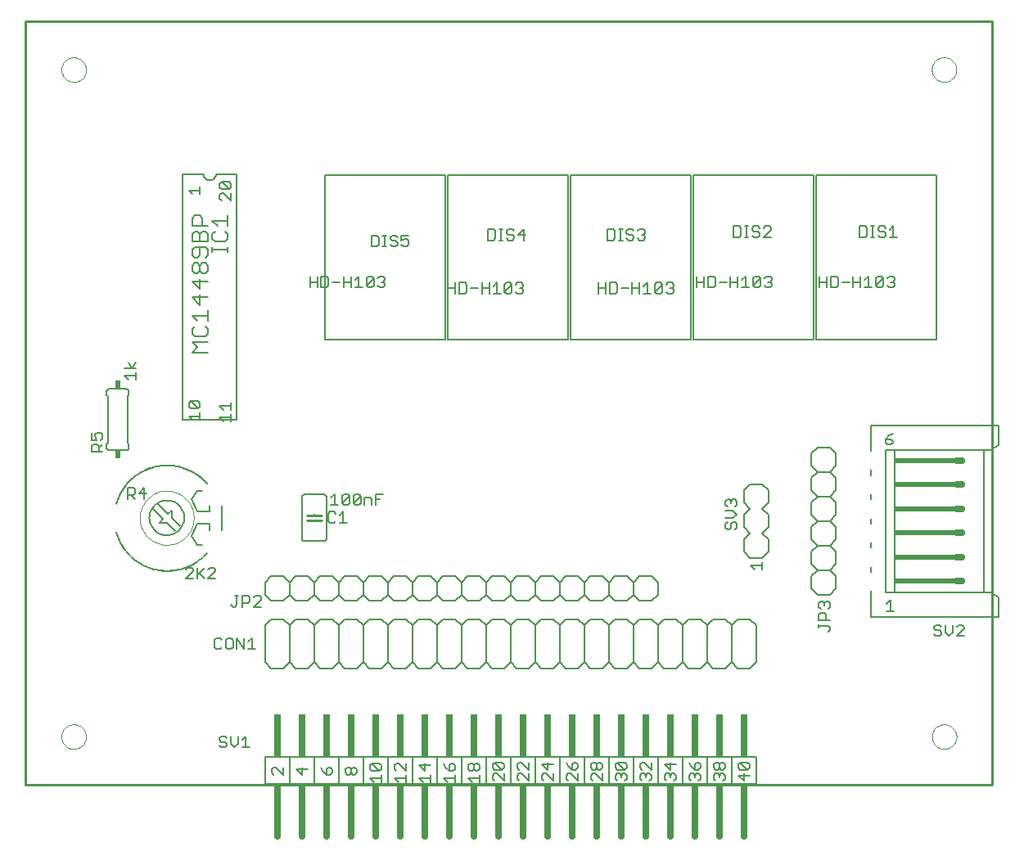
<source format=gbr>
G75*
G70*
%OFA0B0*%
%FSLAX24Y24*%
%IPPOS*%
%LPD*%
%AMOC8*
5,1,8,0,0,1.08239X$1,22.5*
%
%ADD10C,0.0100*%
%ADD11C,0.0000*%
%ADD12C,0.0050*%
%ADD13C,0.0070*%
%ADD14C,0.0020*%
%ADD15C,0.0010*%
%ADD16R,0.0240X0.0340*%
%ADD17C,0.0250*%
%ADD18R,0.2600X0.0240*%
%ADD19R,0.0260X0.0300*%
%ADD20C,0.0260*%
%ADD21R,0.0260X0.0260*%
%ADD22R,0.0260X0.0320*%
%ADD23R,0.0260X0.0680*%
%ADD24R,0.0260X0.0460*%
D10*
X000151Y002338D02*
X000151Y033441D01*
X039521Y033441D01*
X039521Y002338D01*
X000151Y002338D01*
X000151Y005338D02*
X000151Y025820D01*
X011601Y013313D02*
X011901Y013313D01*
X012201Y013313D01*
X012201Y013113D02*
X011901Y013113D01*
X011601Y013113D01*
X039151Y002338D02*
X039521Y002338D01*
D11*
X037059Y004299D02*
X037061Y004344D01*
X037067Y004390D01*
X037078Y004434D01*
X037092Y004477D01*
X037110Y004519D01*
X037132Y004559D01*
X037157Y004597D01*
X037186Y004632D01*
X037218Y004664D01*
X037252Y004694D01*
X037290Y004720D01*
X037329Y004743D01*
X037370Y004762D01*
X037413Y004777D01*
X037457Y004789D01*
X037502Y004796D01*
X037548Y004799D01*
X037593Y004798D01*
X037638Y004793D01*
X037683Y004783D01*
X037726Y004770D01*
X037769Y004753D01*
X037809Y004732D01*
X037847Y004707D01*
X037883Y004680D01*
X037917Y004649D01*
X037947Y004615D01*
X037974Y004578D01*
X037998Y004539D01*
X038018Y004498D01*
X038034Y004456D01*
X038046Y004412D01*
X038054Y004367D01*
X038058Y004322D01*
X038058Y004276D01*
X038054Y004231D01*
X038046Y004186D01*
X038034Y004142D01*
X038018Y004100D01*
X037998Y004059D01*
X037974Y004020D01*
X037947Y003983D01*
X037917Y003949D01*
X037883Y003918D01*
X037847Y003891D01*
X037809Y003866D01*
X037769Y003845D01*
X037726Y003828D01*
X037683Y003815D01*
X037638Y003805D01*
X037593Y003800D01*
X037548Y003799D01*
X037502Y003802D01*
X037457Y003809D01*
X037413Y003821D01*
X037370Y003836D01*
X037329Y003855D01*
X037290Y003878D01*
X037252Y003904D01*
X037218Y003934D01*
X037186Y003966D01*
X037157Y004001D01*
X037132Y004039D01*
X037110Y004079D01*
X037092Y004121D01*
X037078Y004164D01*
X037067Y004208D01*
X037061Y004254D01*
X037059Y004299D01*
X037053Y031472D02*
X037055Y031517D01*
X037061Y031563D01*
X037072Y031607D01*
X037086Y031650D01*
X037104Y031692D01*
X037126Y031732D01*
X037151Y031770D01*
X037180Y031805D01*
X037212Y031837D01*
X037246Y031867D01*
X037284Y031893D01*
X037323Y031916D01*
X037364Y031935D01*
X037407Y031950D01*
X037451Y031962D01*
X037496Y031969D01*
X037542Y031972D01*
X037587Y031971D01*
X037632Y031966D01*
X037677Y031956D01*
X037720Y031943D01*
X037763Y031926D01*
X037803Y031905D01*
X037841Y031880D01*
X037877Y031853D01*
X037911Y031822D01*
X037941Y031788D01*
X037968Y031751D01*
X037992Y031712D01*
X038012Y031671D01*
X038028Y031629D01*
X038040Y031585D01*
X038048Y031540D01*
X038052Y031495D01*
X038052Y031449D01*
X038048Y031404D01*
X038040Y031359D01*
X038028Y031315D01*
X038012Y031273D01*
X037992Y031232D01*
X037968Y031193D01*
X037941Y031156D01*
X037911Y031122D01*
X037877Y031091D01*
X037841Y031064D01*
X037803Y031039D01*
X037763Y031018D01*
X037720Y031001D01*
X037677Y030988D01*
X037632Y030978D01*
X037587Y030973D01*
X037542Y030972D01*
X037496Y030975D01*
X037451Y030982D01*
X037407Y030994D01*
X037364Y031009D01*
X037323Y031028D01*
X037284Y031051D01*
X037246Y031077D01*
X037212Y031107D01*
X037180Y031139D01*
X037151Y031174D01*
X037126Y031212D01*
X037104Y031252D01*
X037086Y031294D01*
X037072Y031337D01*
X037061Y031381D01*
X037055Y031427D01*
X037053Y031472D01*
X001612Y031468D02*
X001614Y031513D01*
X001620Y031559D01*
X001631Y031603D01*
X001645Y031646D01*
X001663Y031688D01*
X001685Y031728D01*
X001710Y031766D01*
X001739Y031801D01*
X001771Y031833D01*
X001805Y031863D01*
X001843Y031889D01*
X001882Y031912D01*
X001923Y031931D01*
X001966Y031946D01*
X002010Y031958D01*
X002055Y031965D01*
X002101Y031968D01*
X002146Y031967D01*
X002191Y031962D01*
X002236Y031952D01*
X002279Y031939D01*
X002322Y031922D01*
X002362Y031901D01*
X002400Y031876D01*
X002436Y031849D01*
X002470Y031818D01*
X002500Y031784D01*
X002527Y031747D01*
X002551Y031708D01*
X002571Y031667D01*
X002587Y031625D01*
X002599Y031581D01*
X002607Y031536D01*
X002611Y031491D01*
X002611Y031445D01*
X002607Y031400D01*
X002599Y031355D01*
X002587Y031311D01*
X002571Y031269D01*
X002551Y031228D01*
X002527Y031189D01*
X002500Y031152D01*
X002470Y031118D01*
X002436Y031087D01*
X002400Y031060D01*
X002362Y031035D01*
X002322Y031014D01*
X002279Y030997D01*
X002236Y030984D01*
X002191Y030974D01*
X002146Y030969D01*
X002101Y030968D01*
X002055Y030971D01*
X002010Y030978D01*
X001966Y030990D01*
X001923Y031005D01*
X001882Y031024D01*
X001843Y031047D01*
X001805Y031073D01*
X001771Y031103D01*
X001739Y031135D01*
X001710Y031170D01*
X001685Y031208D01*
X001663Y031248D01*
X001645Y031290D01*
X001631Y031333D01*
X001620Y031377D01*
X001614Y031423D01*
X001612Y031468D01*
X001612Y004299D02*
X001614Y004344D01*
X001620Y004390D01*
X001631Y004434D01*
X001645Y004477D01*
X001663Y004519D01*
X001685Y004559D01*
X001710Y004597D01*
X001739Y004632D01*
X001771Y004664D01*
X001805Y004694D01*
X001843Y004720D01*
X001882Y004743D01*
X001923Y004762D01*
X001966Y004777D01*
X002010Y004789D01*
X002055Y004796D01*
X002101Y004799D01*
X002146Y004798D01*
X002191Y004793D01*
X002236Y004783D01*
X002279Y004770D01*
X002322Y004753D01*
X002362Y004732D01*
X002400Y004707D01*
X002436Y004680D01*
X002470Y004649D01*
X002500Y004615D01*
X002527Y004578D01*
X002551Y004539D01*
X002571Y004498D01*
X002587Y004456D01*
X002599Y004412D01*
X002607Y004367D01*
X002611Y004322D01*
X002611Y004276D01*
X002607Y004231D01*
X002599Y004186D01*
X002587Y004142D01*
X002571Y004100D01*
X002551Y004059D01*
X002527Y004020D01*
X002500Y003983D01*
X002470Y003949D01*
X002436Y003918D01*
X002400Y003891D01*
X002362Y003866D01*
X002322Y003845D01*
X002279Y003828D01*
X002236Y003815D01*
X002191Y003805D01*
X002146Y003800D01*
X002101Y003799D01*
X002055Y003802D01*
X002010Y003809D01*
X001966Y003821D01*
X001923Y003836D01*
X001882Y003855D01*
X001843Y003878D01*
X001805Y003904D01*
X001771Y003934D01*
X001739Y003966D01*
X001710Y004001D01*
X001685Y004039D01*
X001663Y004079D01*
X001645Y004121D01*
X001631Y004164D01*
X001620Y004208D01*
X001614Y004254D01*
X001612Y004299D01*
D12*
X007835Y007938D02*
X007910Y007863D01*
X008060Y007863D01*
X008135Y007938D01*
X008295Y007938D02*
X008370Y007863D01*
X008520Y007863D01*
X008595Y007938D01*
X008595Y008239D01*
X008520Y008314D01*
X008370Y008314D01*
X008295Y008239D01*
X008295Y007938D01*
X008135Y008239D02*
X008060Y008314D01*
X007910Y008314D01*
X007835Y008239D01*
X007835Y007938D01*
X008755Y007863D02*
X008755Y008314D01*
X009056Y007863D01*
X009056Y008314D01*
X009216Y008164D02*
X009366Y008314D01*
X009366Y007863D01*
X009216Y007863D02*
X009516Y007863D01*
X009901Y007338D02*
X009901Y008838D01*
X010151Y009088D01*
X010651Y009088D01*
X010901Y008838D01*
X010901Y007338D01*
X011151Y007088D01*
X011651Y007088D01*
X011901Y007338D01*
X011901Y008838D01*
X012151Y009088D01*
X012651Y009088D01*
X012901Y008838D01*
X012901Y007338D01*
X013151Y007088D01*
X013651Y007088D01*
X013901Y007338D01*
X013901Y008838D01*
X014151Y009088D01*
X014651Y009088D01*
X014901Y008838D01*
X014901Y007338D01*
X015151Y007088D01*
X015651Y007088D01*
X015901Y007338D01*
X015901Y008838D01*
X016151Y009088D01*
X016651Y009088D01*
X016901Y008838D01*
X016901Y007338D01*
X016651Y007088D01*
X016151Y007088D01*
X015901Y007338D01*
X014901Y007338D02*
X014651Y007088D01*
X014151Y007088D01*
X013901Y007338D01*
X012901Y007338D02*
X012651Y007088D01*
X012151Y007088D01*
X011901Y007338D01*
X010901Y007338D02*
X010651Y007088D01*
X010151Y007088D01*
X009901Y007338D01*
X010901Y008838D02*
X011151Y009088D01*
X011651Y009088D01*
X011901Y008838D01*
X012901Y008838D02*
X013151Y009088D01*
X013651Y009088D01*
X013901Y008838D01*
X014901Y008838D02*
X015151Y009088D01*
X015651Y009088D01*
X015901Y008838D01*
X016901Y008838D02*
X017151Y009088D01*
X017651Y009088D01*
X017901Y008838D01*
X017901Y007338D01*
X017651Y007088D01*
X017151Y007088D01*
X016901Y007338D01*
X017901Y007338D02*
X018151Y007088D01*
X018651Y007088D01*
X018901Y007338D01*
X018901Y008838D01*
X019151Y009088D01*
X019651Y009088D01*
X019901Y008838D01*
X019901Y007338D01*
X019651Y007088D01*
X019151Y007088D01*
X018901Y007338D01*
X019901Y007338D02*
X020151Y007088D01*
X020651Y007088D01*
X020901Y007338D01*
X020901Y008838D01*
X021151Y009088D01*
X021651Y009088D01*
X021901Y008838D01*
X021901Y007338D01*
X021651Y007088D01*
X021151Y007088D01*
X020901Y007338D01*
X021901Y007338D02*
X022151Y007088D01*
X022651Y007088D01*
X022901Y007338D01*
X022901Y008838D01*
X023151Y009088D01*
X023651Y009088D01*
X023901Y008838D01*
X023901Y007338D01*
X023651Y007088D01*
X023151Y007088D01*
X022901Y007338D01*
X023901Y007338D02*
X024151Y007088D01*
X024651Y007088D01*
X024901Y007338D01*
X024901Y008838D01*
X025151Y009088D01*
X025651Y009088D01*
X025901Y008838D01*
X025901Y007338D01*
X025651Y007088D01*
X025151Y007088D01*
X024901Y007338D01*
X025901Y007338D02*
X026151Y007088D01*
X026651Y007088D01*
X026901Y007338D01*
X026901Y008838D01*
X027151Y009088D01*
X027651Y009088D01*
X027901Y008838D01*
X027901Y007338D01*
X027651Y007088D01*
X027151Y007088D01*
X026901Y007338D01*
X027901Y007338D02*
X028151Y007088D01*
X028651Y007088D01*
X028901Y007338D01*
X029151Y007088D01*
X029651Y007088D01*
X029901Y007338D01*
X029901Y008838D01*
X029651Y009088D01*
X029151Y009088D01*
X028901Y008838D01*
X028901Y007338D01*
X028901Y008838D02*
X028651Y009088D01*
X028151Y009088D01*
X027901Y008838D01*
X026901Y008838D02*
X026651Y009088D01*
X026151Y009088D01*
X025901Y008838D01*
X024901Y008838D02*
X024651Y009088D01*
X024151Y009088D01*
X023901Y008838D01*
X022901Y008838D02*
X022651Y009088D01*
X022151Y009088D01*
X021901Y008838D01*
X020901Y008838D02*
X020651Y009088D01*
X020151Y009088D01*
X019901Y008838D01*
X018901Y008838D02*
X018651Y009088D01*
X018151Y009088D01*
X017901Y008838D01*
X017651Y009838D02*
X017151Y009838D01*
X016901Y010088D01*
X016651Y009838D01*
X016151Y009838D01*
X015901Y010088D01*
X015651Y009838D01*
X015151Y009838D01*
X014901Y010088D01*
X014651Y009838D01*
X014151Y009838D01*
X013901Y010088D01*
X013651Y009838D01*
X013151Y009838D01*
X012901Y010088D01*
X012651Y009838D01*
X012151Y009838D01*
X011901Y010088D01*
X011651Y009838D01*
X011151Y009838D01*
X010901Y010088D01*
X010651Y009838D01*
X010151Y009838D01*
X009901Y010088D01*
X009901Y010588D01*
X010151Y010838D01*
X010651Y010838D01*
X010901Y010588D01*
X011151Y010838D01*
X011651Y010838D01*
X011901Y010588D01*
X011901Y010088D01*
X011901Y010588D02*
X012151Y010838D01*
X012651Y010838D01*
X012901Y010588D01*
X013151Y010838D01*
X013651Y010838D01*
X013901Y010588D01*
X014151Y010838D01*
X014651Y010838D01*
X014901Y010588D01*
X014901Y010088D01*
X014901Y010588D02*
X015151Y010838D01*
X015651Y010838D01*
X015901Y010588D01*
X016151Y010838D01*
X016651Y010838D01*
X016901Y010588D01*
X017151Y010838D01*
X017651Y010838D01*
X017901Y010588D01*
X017901Y010088D01*
X017651Y009838D01*
X017901Y010088D02*
X018151Y009838D01*
X018651Y009838D01*
X018901Y010088D01*
X019151Y009838D01*
X019651Y009838D01*
X019901Y010088D01*
X020151Y009838D01*
X020651Y009838D01*
X020901Y010088D01*
X020901Y010588D01*
X020651Y010838D01*
X020151Y010838D01*
X019901Y010588D01*
X019901Y010088D01*
X019901Y010588D02*
X019651Y010838D01*
X019151Y010838D01*
X018901Y010588D01*
X018901Y010088D01*
X018901Y010588D02*
X018651Y010838D01*
X018151Y010838D01*
X017901Y010588D01*
X016901Y010588D02*
X016901Y010088D01*
X015901Y010088D02*
X015901Y010588D01*
X013901Y010588D02*
X013901Y010088D01*
X012901Y010088D02*
X012901Y010588D01*
X012301Y012263D02*
X011501Y012263D01*
X011481Y012265D01*
X011463Y012271D01*
X011445Y012280D01*
X011430Y012292D01*
X011418Y012307D01*
X011409Y012325D01*
X011403Y012343D01*
X011401Y012363D01*
X011401Y014063D01*
X011403Y014083D01*
X011409Y014101D01*
X011418Y014119D01*
X011430Y014134D01*
X011445Y014146D01*
X011463Y014155D01*
X011481Y014161D01*
X011501Y014163D01*
X012301Y014163D01*
X012321Y014161D01*
X012339Y014155D01*
X012357Y014146D01*
X012372Y014134D01*
X012384Y014119D01*
X012393Y014101D01*
X012399Y014083D01*
X012401Y014063D01*
X012401Y012363D01*
X012399Y012343D01*
X012393Y012325D01*
X012384Y012307D01*
X012372Y012292D01*
X012357Y012280D01*
X012339Y012271D01*
X012321Y012265D01*
X012301Y012263D01*
X012555Y013013D02*
X012706Y013013D01*
X012781Y013088D01*
X012941Y013013D02*
X013241Y013013D01*
X013091Y013013D02*
X013091Y013464D01*
X012941Y013314D01*
X012781Y013389D02*
X012706Y013464D01*
X012555Y013464D01*
X012480Y013389D01*
X012480Y013088D01*
X012555Y013013D01*
X011901Y013063D02*
X011901Y013113D01*
X011901Y013313D02*
X011901Y013363D01*
X012576Y013738D02*
X012876Y013738D01*
X012726Y013738D02*
X012726Y014189D01*
X012576Y014039D01*
X013037Y014114D02*
X013112Y014189D01*
X013262Y014189D01*
X013337Y014114D01*
X013037Y013813D01*
X013112Y013738D01*
X013262Y013738D01*
X013337Y013813D01*
X013337Y014114D01*
X013497Y014114D02*
X013572Y014189D01*
X013722Y014189D01*
X013797Y014114D01*
X013497Y013813D01*
X013572Y013738D01*
X013722Y013738D01*
X013797Y013813D01*
X013797Y014114D01*
X013957Y014039D02*
X014182Y014039D01*
X014257Y013963D01*
X014257Y013738D01*
X014418Y013738D02*
X014418Y014189D01*
X014718Y014189D01*
X014568Y013963D02*
X014418Y013963D01*
X013957Y014039D02*
X013957Y013738D01*
X013497Y013813D02*
X013497Y014114D01*
X013037Y014114D02*
X013037Y013813D01*
X010901Y010588D02*
X010901Y010088D01*
X009742Y009959D02*
X009667Y010034D01*
X009517Y010034D01*
X009442Y009959D01*
X009282Y009959D02*
X009282Y009808D01*
X009207Y009733D01*
X008982Y009733D01*
X008982Y009583D02*
X008982Y010034D01*
X009207Y010034D01*
X009282Y009959D01*
X009442Y009583D02*
X009742Y009884D01*
X009742Y009959D01*
X009742Y009583D02*
X009442Y009583D01*
X008821Y010034D02*
X008671Y010034D01*
X008746Y010034D02*
X008746Y009658D01*
X008671Y009583D01*
X008596Y009583D01*
X008521Y009658D01*
X007891Y010738D02*
X007591Y010738D01*
X007891Y011039D01*
X007891Y011114D01*
X007816Y011189D01*
X007666Y011189D01*
X007591Y011114D01*
X007431Y011189D02*
X007130Y010888D01*
X007205Y010963D02*
X007431Y010738D01*
X007130Y010738D02*
X007130Y011189D01*
X006970Y011114D02*
X006895Y011189D01*
X006745Y011189D01*
X006670Y011114D01*
X006970Y011114D02*
X006970Y011039D01*
X006670Y010738D01*
X006970Y010738D01*
X007151Y012113D02*
X007351Y012113D01*
X007151Y012113D02*
X006901Y012463D01*
X007151Y012963D01*
X007651Y012963D01*
X007651Y012713D01*
X008151Y012713D02*
X008151Y013713D01*
X007651Y013713D02*
X007651Y013463D01*
X007151Y013463D01*
X006901Y013963D01*
X007151Y014313D01*
X007351Y014313D01*
X006101Y013513D02*
X006101Y013213D01*
X006451Y012863D01*
X006251Y012663D02*
X005901Y013013D01*
X005601Y013013D01*
X005751Y013163D01*
X005351Y013563D01*
X005551Y013763D02*
X005951Y013363D01*
X006101Y013513D01*
X005191Y013213D02*
X005194Y013278D01*
X005203Y013342D01*
X005217Y013405D01*
X005238Y013466D01*
X005263Y013525D01*
X005294Y013582D01*
X005330Y013636D01*
X005371Y013686D01*
X005416Y013732D01*
X005466Y013774D01*
X005518Y013811D01*
X005574Y013843D01*
X005633Y013870D01*
X005694Y013892D01*
X005757Y013908D01*
X005820Y013918D01*
X005885Y013923D01*
X005949Y013921D01*
X006014Y013914D01*
X006077Y013901D01*
X006139Y013882D01*
X006199Y013858D01*
X006256Y013828D01*
X006310Y013793D01*
X006361Y013753D01*
X006409Y013709D01*
X006452Y013661D01*
X006490Y013609D01*
X006524Y013554D01*
X006552Y013496D01*
X006575Y013435D01*
X006593Y013373D01*
X006604Y013310D01*
X006610Y013245D01*
X006610Y013181D01*
X006604Y013116D01*
X006593Y013053D01*
X006575Y012991D01*
X006552Y012930D01*
X006524Y012872D01*
X006490Y012817D01*
X006452Y012765D01*
X006409Y012717D01*
X006361Y012673D01*
X006310Y012633D01*
X006256Y012598D01*
X006199Y012568D01*
X006139Y012544D01*
X006077Y012525D01*
X006014Y012512D01*
X005949Y012505D01*
X005885Y012503D01*
X005820Y012508D01*
X005757Y012518D01*
X005694Y012534D01*
X005633Y012556D01*
X005574Y012583D01*
X005518Y012615D01*
X005466Y012652D01*
X005416Y012694D01*
X005371Y012740D01*
X005330Y012790D01*
X005294Y012844D01*
X005263Y012901D01*
X005238Y012960D01*
X005217Y013021D01*
X005203Y013084D01*
X005194Y013148D01*
X005191Y013213D01*
X004987Y013988D02*
X004987Y014439D01*
X004762Y014213D01*
X005062Y014213D01*
X004601Y014213D02*
X004526Y014138D01*
X004301Y014138D01*
X004301Y013988D02*
X004301Y014439D01*
X004526Y014439D01*
X004601Y014364D01*
X004601Y014213D01*
X004451Y014138D02*
X004601Y013988D01*
X004251Y015963D02*
X003551Y015963D01*
X003531Y015965D01*
X003513Y015971D01*
X003495Y015980D01*
X003480Y015992D01*
X003468Y016007D01*
X003459Y016025D01*
X003453Y016043D01*
X003451Y016063D01*
X003451Y016213D01*
X003501Y016263D01*
X003501Y018163D01*
X003451Y018213D01*
X003451Y018363D01*
X003453Y018383D01*
X003459Y018401D01*
X003468Y018419D01*
X003480Y018434D01*
X003495Y018446D01*
X003513Y018455D01*
X003531Y018461D01*
X003551Y018463D01*
X004251Y018463D01*
X004271Y018461D01*
X004289Y018455D01*
X004307Y018446D01*
X004322Y018434D01*
X004334Y018419D01*
X004343Y018401D01*
X004349Y018383D01*
X004351Y018363D01*
X004351Y018213D01*
X004301Y018163D01*
X004301Y016263D01*
X004351Y016213D01*
X004351Y016063D01*
X004349Y016043D01*
X004343Y016025D01*
X004334Y016007D01*
X004322Y015992D01*
X004307Y015980D01*
X004289Y015971D01*
X004271Y015965D01*
X004251Y015963D01*
X003276Y015913D02*
X002826Y015913D01*
X002826Y016138D01*
X002901Y016214D01*
X003051Y016214D01*
X003126Y016138D01*
X003126Y015913D01*
X003126Y016063D02*
X003276Y016214D01*
X003201Y016374D02*
X003276Y016449D01*
X003276Y016599D01*
X003201Y016674D01*
X003051Y016674D01*
X002976Y016599D01*
X002976Y016524D01*
X003051Y016374D01*
X002826Y016374D01*
X002826Y016674D01*
X004326Y018848D02*
X004176Y018998D01*
X004626Y018998D01*
X004626Y018848D02*
X004626Y019149D01*
X004626Y019309D02*
X004176Y019309D01*
X004326Y019534D02*
X004476Y019309D01*
X004626Y019534D01*
X006806Y017883D02*
X006806Y017733D01*
X006881Y017658D01*
X007181Y017658D01*
X006881Y017958D01*
X007181Y017958D01*
X007256Y017883D01*
X007256Y017733D01*
X007181Y017658D01*
X007256Y017498D02*
X007256Y017198D01*
X007256Y017348D02*
X006806Y017348D01*
X006956Y017198D01*
X006551Y017213D02*
X006551Y027213D01*
X007401Y027213D01*
X007403Y027182D01*
X007409Y027151D01*
X007419Y027121D01*
X007432Y027093D01*
X007449Y027066D01*
X007469Y027042D01*
X007492Y027020D01*
X007517Y027002D01*
X007545Y026987D01*
X007574Y026975D01*
X007604Y026967D01*
X007635Y026963D01*
X007667Y026963D01*
X007698Y026967D01*
X007728Y026975D01*
X007757Y026987D01*
X007785Y027002D01*
X007810Y027020D01*
X007833Y027042D01*
X007853Y027066D01*
X007870Y027093D01*
X007883Y027121D01*
X007893Y027151D01*
X007899Y027182D01*
X007901Y027213D01*
X008751Y027213D01*
X008751Y017213D01*
X006551Y017213D01*
X006806Y017883D02*
X006881Y017958D01*
X008056Y017758D02*
X008506Y017758D01*
X008506Y017608D02*
X008506Y017908D01*
X008206Y017608D02*
X008056Y017758D01*
X008056Y017298D02*
X008506Y017298D01*
X008506Y017148D02*
X008506Y017448D01*
X008206Y017148D02*
X008056Y017298D01*
X012326Y020488D02*
X017226Y020488D01*
X017226Y027188D01*
X012326Y027188D01*
X012326Y020488D01*
X012412Y022593D02*
X012187Y022593D01*
X012187Y023044D01*
X012412Y023044D01*
X012487Y022969D01*
X012487Y022668D01*
X012412Y022593D01*
X012647Y022818D02*
X012947Y022818D01*
X013107Y022818D02*
X013407Y022818D01*
X013568Y022894D02*
X013718Y023044D01*
X013718Y022593D01*
X013568Y022593D02*
X013868Y022593D01*
X014028Y022668D02*
X014328Y022969D01*
X014328Y022668D01*
X014253Y022593D01*
X014103Y022593D01*
X014028Y022668D01*
X014028Y022969D01*
X014103Y023044D01*
X014253Y023044D01*
X014328Y022969D01*
X014488Y022969D02*
X014563Y023044D01*
X014713Y023044D01*
X014789Y022969D01*
X014789Y022894D01*
X014713Y022818D01*
X014789Y022743D01*
X014789Y022668D01*
X014713Y022593D01*
X014563Y022593D01*
X014488Y022668D01*
X014638Y022818D02*
X014713Y022818D01*
X013407Y023044D02*
X013407Y022593D01*
X013107Y022593D02*
X013107Y023044D01*
X012026Y023044D02*
X012026Y022593D01*
X012026Y022818D02*
X011726Y022818D01*
X011726Y022593D02*
X011726Y023044D01*
X014226Y024268D02*
X014451Y024268D01*
X014526Y024343D01*
X014526Y024644D01*
X014451Y024719D01*
X014226Y024719D01*
X014226Y024268D01*
X014687Y024268D02*
X014837Y024268D01*
X014762Y024268D02*
X014762Y024719D01*
X014687Y024719D02*
X014837Y024719D01*
X014993Y024644D02*
X014993Y024569D01*
X015068Y024493D01*
X015219Y024493D01*
X015294Y024418D01*
X015294Y024343D01*
X015219Y024268D01*
X015068Y024268D01*
X014993Y024343D01*
X014993Y024644D02*
X015068Y024719D01*
X015219Y024719D01*
X015294Y024644D01*
X015454Y024719D02*
X015454Y024493D01*
X015604Y024569D01*
X015679Y024569D01*
X015754Y024493D01*
X015754Y024343D01*
X015679Y024268D01*
X015529Y024268D01*
X015454Y024343D01*
X015454Y024719D02*
X015754Y024719D01*
X017351Y022794D02*
X017351Y022343D01*
X017351Y022568D02*
X017651Y022568D01*
X017651Y022343D02*
X017651Y022794D01*
X017812Y022794D02*
X018037Y022794D01*
X018112Y022719D01*
X018112Y022418D01*
X018037Y022343D01*
X017812Y022343D01*
X017812Y022794D01*
X018272Y022568D02*
X018572Y022568D01*
X018732Y022568D02*
X019032Y022568D01*
X019193Y022644D02*
X019343Y022794D01*
X019343Y022343D01*
X019193Y022343D02*
X019493Y022343D01*
X019653Y022418D02*
X019953Y022719D01*
X019953Y022418D01*
X019878Y022343D01*
X019728Y022343D01*
X019653Y022418D01*
X019653Y022719D01*
X019728Y022794D01*
X019878Y022794D01*
X019953Y022719D01*
X020113Y022719D02*
X020188Y022794D01*
X020338Y022794D01*
X020414Y022719D01*
X020414Y022644D01*
X020338Y022568D01*
X020414Y022493D01*
X020414Y022418D01*
X020338Y022343D01*
X020188Y022343D01*
X020113Y022418D01*
X020263Y022568D02*
X020338Y022568D01*
X019032Y022794D02*
X019032Y022343D01*
X018732Y022343D02*
X018732Y022794D01*
X018976Y024518D02*
X019201Y024518D01*
X019276Y024593D01*
X019276Y024894D01*
X019201Y024969D01*
X018976Y024969D01*
X018976Y024518D01*
X019437Y024518D02*
X019587Y024518D01*
X019512Y024518D02*
X019512Y024969D01*
X019437Y024969D02*
X019587Y024969D01*
X019743Y024894D02*
X019743Y024819D01*
X019818Y024743D01*
X019969Y024743D01*
X020044Y024668D01*
X020044Y024593D01*
X019969Y024518D01*
X019818Y024518D01*
X019743Y024593D01*
X019743Y024894D02*
X019818Y024969D01*
X019969Y024969D01*
X020044Y024894D01*
X020204Y024743D02*
X020504Y024743D01*
X020429Y024518D02*
X020429Y024969D01*
X020204Y024743D01*
X022226Y027188D02*
X017326Y027188D01*
X017326Y020488D01*
X022226Y020488D01*
X022226Y027188D01*
X022326Y027188D02*
X022326Y020488D01*
X027226Y020488D01*
X027226Y027188D01*
X022326Y027188D01*
X023851Y024969D02*
X024076Y024969D01*
X024151Y024894D01*
X024151Y024593D01*
X024076Y024518D01*
X023851Y024518D01*
X023851Y024969D01*
X024312Y024969D02*
X024462Y024969D01*
X024387Y024969D02*
X024387Y024518D01*
X024312Y024518D02*
X024462Y024518D01*
X024618Y024593D02*
X024693Y024518D01*
X024844Y024518D01*
X024919Y024593D01*
X024919Y024668D01*
X024844Y024743D01*
X024693Y024743D01*
X024618Y024819D01*
X024618Y024894D01*
X024693Y024969D01*
X024844Y024969D01*
X024919Y024894D01*
X025079Y024894D02*
X025154Y024969D01*
X025304Y024969D01*
X025379Y024894D01*
X025379Y024819D01*
X025304Y024743D01*
X025379Y024668D01*
X025379Y024593D01*
X025304Y024518D01*
X025154Y024518D01*
X025079Y024593D01*
X025229Y024743D02*
X025304Y024743D01*
X027476Y023044D02*
X027476Y022593D01*
X027476Y022818D02*
X027776Y022818D01*
X027776Y022593D02*
X027776Y023044D01*
X027937Y023044D02*
X028162Y023044D01*
X028237Y022969D01*
X028237Y022668D01*
X028162Y022593D01*
X027937Y022593D01*
X027937Y023044D01*
X028397Y022818D02*
X028697Y022818D01*
X028857Y022818D02*
X029157Y022818D01*
X029318Y022894D02*
X029468Y023044D01*
X029468Y022593D01*
X029318Y022593D02*
X029618Y022593D01*
X029778Y022668D02*
X030078Y022969D01*
X030078Y022668D01*
X030003Y022593D01*
X029853Y022593D01*
X029778Y022668D01*
X029778Y022969D01*
X029853Y023044D01*
X030003Y023044D01*
X030078Y022969D01*
X030238Y022969D02*
X030313Y023044D01*
X030463Y023044D01*
X030539Y022969D01*
X030539Y022894D01*
X030463Y022818D01*
X030539Y022743D01*
X030539Y022668D01*
X030463Y022593D01*
X030313Y022593D01*
X030238Y022668D01*
X030388Y022818D02*
X030463Y022818D01*
X029157Y023044D02*
X029157Y022593D01*
X028857Y022593D02*
X028857Y023044D01*
X028976Y024643D02*
X029201Y024643D01*
X029276Y024718D01*
X029276Y025019D01*
X029201Y025094D01*
X028976Y025094D01*
X028976Y024643D01*
X029437Y024643D02*
X029587Y024643D01*
X029512Y024643D02*
X029512Y025094D01*
X029437Y025094D02*
X029587Y025094D01*
X029743Y025019D02*
X029743Y024944D01*
X029818Y024868D01*
X029969Y024868D01*
X030044Y024793D01*
X030044Y024718D01*
X029969Y024643D01*
X029818Y024643D01*
X029743Y024718D01*
X029743Y025019D02*
X029818Y025094D01*
X029969Y025094D01*
X030044Y025019D01*
X030204Y025019D02*
X030279Y025094D01*
X030429Y025094D01*
X030504Y025019D01*
X030504Y024944D01*
X030204Y024643D01*
X030504Y024643D01*
X032476Y023044D02*
X032476Y022593D01*
X032476Y022818D02*
X032776Y022818D01*
X032776Y022593D02*
X032776Y023044D01*
X032937Y023044D02*
X033162Y023044D01*
X033237Y022969D01*
X033237Y022668D01*
X033162Y022593D01*
X032937Y022593D01*
X032937Y023044D01*
X033397Y022818D02*
X033697Y022818D01*
X033857Y022818D02*
X034157Y022818D01*
X034318Y022894D02*
X034468Y023044D01*
X034468Y022593D01*
X034318Y022593D02*
X034618Y022593D01*
X034778Y022668D02*
X035078Y022969D01*
X035078Y022668D01*
X035003Y022593D01*
X034853Y022593D01*
X034778Y022668D01*
X034778Y022969D01*
X034853Y023044D01*
X035003Y023044D01*
X035078Y022969D01*
X035238Y022969D02*
X035313Y023044D01*
X035463Y023044D01*
X035539Y022969D01*
X035539Y022894D01*
X035463Y022818D01*
X035539Y022743D01*
X035539Y022668D01*
X035463Y022593D01*
X035313Y022593D01*
X035238Y022668D01*
X035388Y022818D02*
X035463Y022818D01*
X034157Y023044D02*
X034157Y022593D01*
X033857Y022593D02*
X033857Y023044D01*
X034101Y024643D02*
X034326Y024643D01*
X034401Y024718D01*
X034401Y025019D01*
X034326Y025094D01*
X034101Y025094D01*
X034101Y024643D01*
X034562Y024643D02*
X034712Y024643D01*
X034637Y024643D02*
X034637Y025094D01*
X034562Y025094D02*
X034712Y025094D01*
X034868Y025019D02*
X034868Y024944D01*
X034943Y024868D01*
X035094Y024868D01*
X035169Y024793D01*
X035169Y024718D01*
X035094Y024643D01*
X034943Y024643D01*
X034868Y024718D01*
X034868Y025019D02*
X034943Y025094D01*
X035094Y025094D01*
X035169Y025019D01*
X035329Y024944D02*
X035479Y025094D01*
X035479Y024643D01*
X035329Y024643D02*
X035629Y024643D01*
X037226Y027188D02*
X032326Y027188D01*
X032326Y020488D01*
X037226Y020488D01*
X037226Y027188D01*
X032226Y027188D02*
X027326Y027188D01*
X027326Y020488D01*
X032226Y020488D01*
X032226Y027188D01*
X026539Y022719D02*
X026539Y022644D01*
X026463Y022568D01*
X026539Y022493D01*
X026539Y022418D01*
X026463Y022343D01*
X026313Y022343D01*
X026238Y022418D01*
X026078Y022418D02*
X026003Y022343D01*
X025853Y022343D01*
X025778Y022418D01*
X026078Y022719D01*
X026078Y022418D01*
X025778Y022418D02*
X025778Y022719D01*
X025853Y022794D01*
X026003Y022794D01*
X026078Y022719D01*
X026238Y022719D02*
X026313Y022794D01*
X026463Y022794D01*
X026539Y022719D01*
X026463Y022568D02*
X026388Y022568D01*
X025618Y022343D02*
X025318Y022343D01*
X025468Y022343D02*
X025468Y022794D01*
X025318Y022644D01*
X025157Y022568D02*
X024857Y022568D01*
X024697Y022568D02*
X024397Y022568D01*
X024237Y022418D02*
X024237Y022719D01*
X024162Y022794D01*
X023937Y022794D01*
X023937Y022343D01*
X024162Y022343D01*
X024237Y022418D01*
X023776Y022343D02*
X023776Y022794D01*
X023776Y022568D02*
X023476Y022568D01*
X023476Y022343D02*
X023476Y022794D01*
X024857Y022794D02*
X024857Y022343D01*
X025157Y022343D02*
X025157Y022794D01*
X032151Y015838D02*
X032401Y016088D01*
X032901Y016088D01*
X033151Y015838D01*
X033151Y015338D01*
X032901Y015088D01*
X033151Y014838D01*
X033151Y014338D01*
X032901Y014088D01*
X033151Y013838D01*
X033151Y013338D01*
X032901Y013088D01*
X033151Y012838D01*
X033151Y012338D01*
X032901Y012088D01*
X033151Y011838D01*
X033151Y011338D01*
X032901Y011088D01*
X033151Y010838D01*
X033151Y010338D01*
X032901Y010088D01*
X032401Y010088D01*
X032151Y010338D01*
X032151Y010838D01*
X032401Y011088D01*
X032151Y011338D01*
X032151Y011838D01*
X032401Y012088D01*
X032901Y012088D01*
X032401Y012088D02*
X032151Y012338D01*
X032151Y012838D01*
X032401Y013088D01*
X032151Y013338D01*
X032151Y013838D01*
X032401Y014088D01*
X032151Y014338D01*
X032151Y014838D01*
X032401Y015088D01*
X032151Y015338D01*
X032151Y015838D01*
X032401Y015088D02*
X032901Y015088D01*
X032901Y014088D02*
X032401Y014088D01*
X032401Y013088D02*
X032901Y013088D01*
X034591Y013187D02*
X034591Y012978D01*
X034591Y012198D02*
X034591Y011998D01*
X034591Y011218D02*
X034591Y011018D01*
X034591Y010238D02*
X034591Y009178D01*
X039791Y009178D01*
X039791Y009968D01*
X039441Y010168D01*
X039191Y010168D01*
X039191Y015987D01*
X039441Y015987D01*
X039791Y016188D01*
X039791Y016988D01*
X034591Y016988D01*
X034591Y015948D01*
X035191Y015988D02*
X035541Y015988D01*
X039191Y015987D01*
X035541Y015988D02*
X035541Y010168D01*
X039191Y010168D01*
X038283Y008853D02*
X038133Y008853D01*
X038058Y008778D01*
X037897Y008853D02*
X037897Y008553D01*
X037747Y008403D01*
X037597Y008553D01*
X037597Y008853D01*
X037437Y008778D02*
X037362Y008853D01*
X037212Y008853D01*
X037137Y008778D01*
X037137Y008703D01*
X037212Y008628D01*
X037362Y008628D01*
X037437Y008553D01*
X037437Y008478D01*
X037362Y008403D01*
X037212Y008403D01*
X037137Y008478D01*
X038058Y008403D02*
X038358Y008703D01*
X038358Y008778D01*
X038283Y008853D01*
X038358Y008403D02*
X038058Y008403D01*
X035541Y010168D02*
X035191Y010168D01*
X035191Y015988D01*
X035241Y016193D02*
X035391Y016193D01*
X035466Y016268D01*
X035466Y016343D01*
X035391Y016418D01*
X035166Y016418D01*
X035166Y016268D01*
X035241Y016193D01*
X035166Y016418D02*
X035316Y016568D01*
X035466Y016643D01*
X034591Y015168D02*
X034591Y014937D01*
X034591Y014168D02*
X034591Y013968D01*
X032901Y011088D02*
X032401Y011088D01*
X032531Y009804D02*
X032606Y009804D01*
X032681Y009729D01*
X032756Y009804D01*
X032831Y009804D01*
X032906Y009729D01*
X032906Y009579D01*
X032831Y009504D01*
X032681Y009654D02*
X032681Y009729D01*
X032531Y009804D02*
X032456Y009729D01*
X032456Y009579D01*
X032531Y009504D01*
X032531Y009344D02*
X032681Y009344D01*
X032756Y009269D01*
X032756Y009044D01*
X032906Y009044D02*
X032456Y009044D01*
X032456Y009269D01*
X032531Y009344D01*
X032456Y008884D02*
X032456Y008733D01*
X032456Y008808D02*
X032831Y008808D01*
X032906Y008733D01*
X032906Y008658D01*
X032831Y008583D01*
X035216Y009423D02*
X035516Y009423D01*
X035366Y009423D02*
X035366Y009873D01*
X035216Y009723D01*
X030401Y011838D02*
X030401Y012338D01*
X030151Y012588D01*
X030401Y012838D01*
X030401Y013338D01*
X030151Y013588D01*
X030401Y013838D01*
X030401Y014338D01*
X030151Y014588D01*
X029651Y014588D01*
X029401Y014338D01*
X029401Y013838D01*
X029651Y013588D01*
X029401Y013338D01*
X029401Y012838D01*
X029651Y012588D01*
X029401Y012338D01*
X029401Y011838D01*
X029651Y011588D01*
X030151Y011588D01*
X030401Y011838D01*
X030126Y011414D02*
X030126Y011113D01*
X030126Y011263D02*
X029676Y011263D01*
X029826Y011113D01*
X029026Y012738D02*
X029101Y012813D01*
X029101Y012963D01*
X029026Y013039D01*
X028951Y013039D01*
X028876Y012963D01*
X028876Y012813D01*
X028801Y012738D01*
X028726Y012738D01*
X028651Y012813D01*
X028651Y012963D01*
X028726Y013039D01*
X028651Y013199D02*
X028951Y013199D01*
X029101Y013349D01*
X028951Y013499D01*
X028651Y013499D01*
X028726Y013659D02*
X028651Y013734D01*
X028651Y013884D01*
X028726Y013959D01*
X028801Y013959D01*
X028876Y013884D01*
X028951Y013959D01*
X029026Y013959D01*
X029101Y013884D01*
X029101Y013734D01*
X029026Y013659D01*
X028876Y013809D02*
X028876Y013884D01*
X025651Y010838D02*
X025901Y010588D01*
X025901Y010088D01*
X025651Y009838D01*
X025151Y009838D01*
X024901Y010088D01*
X024651Y009838D01*
X024151Y009838D01*
X023901Y010088D01*
X023651Y009838D01*
X023151Y009838D01*
X022901Y010088D01*
X022651Y009838D01*
X022151Y009838D01*
X021901Y010088D01*
X021651Y009838D01*
X021151Y009838D01*
X020901Y010088D01*
X020901Y010588D02*
X021151Y010838D01*
X021651Y010838D01*
X021901Y010588D01*
X022151Y010838D01*
X022651Y010838D01*
X022901Y010588D01*
X023151Y010838D01*
X023651Y010838D01*
X023901Y010588D01*
X023901Y010088D01*
X023901Y010588D02*
X024151Y010838D01*
X024651Y010838D01*
X024901Y010588D01*
X025151Y010838D01*
X025651Y010838D01*
X024901Y010588D02*
X024901Y010088D01*
X022901Y010088D02*
X022901Y010588D01*
X021901Y010588D02*
X021901Y010088D01*
X021901Y003488D02*
X020901Y003488D01*
X019901Y003488D01*
X018901Y003488D01*
X017901Y003488D01*
X016901Y003488D01*
X015901Y003488D01*
X014901Y003488D01*
X014901Y002388D01*
X013901Y002388D01*
X012901Y002388D01*
X011901Y002388D01*
X010901Y002388D01*
X009901Y002388D01*
X009901Y003488D01*
X010901Y003488D01*
X011901Y003488D01*
X011901Y002388D01*
X011401Y002753D02*
X011401Y003053D01*
X011176Y002978D02*
X011401Y002753D01*
X011626Y002978D02*
X011176Y002978D01*
X010626Y003053D02*
X010626Y002753D01*
X010326Y003053D01*
X010251Y003053D01*
X010176Y002978D01*
X010176Y002828D01*
X010251Y002753D01*
X010901Y002388D02*
X010901Y003488D01*
X011901Y003488D02*
X012901Y003488D01*
X012901Y002388D01*
X012551Y002753D02*
X012626Y002828D01*
X012626Y002978D01*
X012551Y003053D01*
X012476Y003053D01*
X012401Y002978D01*
X012401Y002753D01*
X012551Y002753D01*
X012401Y002753D02*
X012251Y002903D01*
X012176Y003053D01*
X012901Y003488D02*
X013901Y003488D01*
X013901Y002388D01*
X014176Y002593D02*
X014626Y002593D01*
X014626Y002443D02*
X014626Y002743D01*
X014551Y002903D02*
X014251Y003203D01*
X014551Y003203D01*
X014626Y003128D01*
X014626Y002978D01*
X014551Y002903D01*
X014251Y002903D01*
X014176Y002978D01*
X014176Y003128D01*
X014251Y003203D01*
X013901Y003488D02*
X014901Y003488D01*
X015251Y003203D02*
X015176Y003128D01*
X015176Y002978D01*
X015251Y002903D01*
X015251Y003203D02*
X015326Y003203D01*
X015626Y002903D01*
X015626Y003203D01*
X015901Y003488D02*
X015901Y002388D01*
X016901Y002388D01*
X016901Y003488D01*
X017176Y003203D02*
X017251Y003053D01*
X017401Y002903D01*
X017401Y003128D01*
X017476Y003203D01*
X017551Y003203D01*
X017626Y003128D01*
X017626Y002978D01*
X017551Y002903D01*
X017401Y002903D01*
X017626Y002743D02*
X017626Y002443D01*
X017626Y002593D02*
X017176Y002593D01*
X017326Y002443D01*
X016901Y002388D02*
X017901Y002388D01*
X018901Y002388D01*
X019901Y002388D01*
X020901Y002388D01*
X021901Y002388D01*
X021901Y003488D01*
X022901Y003488D01*
X022901Y002388D01*
X021901Y002388D01*
X021626Y002493D02*
X021326Y002793D01*
X021251Y002793D01*
X021176Y002718D01*
X021176Y002568D01*
X021251Y002493D01*
X020901Y002388D02*
X020901Y003488D01*
X020626Y003253D02*
X020626Y002953D01*
X020326Y003253D01*
X020251Y003253D01*
X020176Y003178D01*
X020176Y003028D01*
X020251Y002953D01*
X020251Y002793D02*
X020176Y002718D01*
X020176Y002568D01*
X020251Y002493D01*
X020251Y002793D02*
X020326Y002793D01*
X020626Y002493D01*
X020626Y002793D01*
X021176Y003178D02*
X021401Y002953D01*
X021401Y003253D01*
X021626Y003178D02*
X021176Y003178D01*
X021626Y002793D02*
X021626Y002493D01*
X022176Y002568D02*
X022176Y002718D01*
X022251Y002793D01*
X022326Y002793D01*
X022626Y002493D01*
X022626Y002793D01*
X022551Y002953D02*
X022626Y003028D01*
X022626Y003178D01*
X022551Y003253D01*
X022476Y003253D01*
X022401Y003178D01*
X022401Y002953D01*
X022551Y002953D01*
X022401Y002953D02*
X022251Y003103D01*
X022176Y003253D01*
X022176Y002568D02*
X022251Y002493D01*
X022901Y002388D02*
X023901Y002388D01*
X024901Y002388D01*
X024901Y003488D01*
X023901Y003488D01*
X022901Y003488D01*
X023176Y003178D02*
X023251Y003253D01*
X023326Y003253D01*
X023401Y003178D01*
X023401Y003028D01*
X023326Y002953D01*
X023251Y002953D01*
X023176Y003028D01*
X023176Y003178D01*
X023401Y003178D02*
X023476Y003253D01*
X023551Y003253D01*
X023626Y003178D01*
X023626Y003028D01*
X023551Y002953D01*
X023476Y002953D01*
X023401Y003028D01*
X023326Y002793D02*
X023251Y002793D01*
X023176Y002718D01*
X023176Y002568D01*
X023251Y002493D01*
X023326Y002793D02*
X023626Y002493D01*
X023626Y002793D01*
X023901Y002388D02*
X023901Y003488D01*
X024176Y003178D02*
X024251Y003253D01*
X024551Y002953D01*
X024626Y003028D01*
X024626Y003178D01*
X024551Y003253D01*
X024251Y003253D01*
X024176Y003178D02*
X024176Y003028D01*
X024251Y002953D01*
X024551Y002953D01*
X024551Y002793D02*
X024626Y002718D01*
X024626Y002568D01*
X024551Y002493D01*
X024401Y002643D02*
X024401Y002718D01*
X024476Y002793D01*
X024551Y002793D01*
X024401Y002718D02*
X024326Y002793D01*
X024251Y002793D01*
X024176Y002718D01*
X024176Y002568D01*
X024251Y002493D01*
X024901Y002388D02*
X025901Y002388D01*
X026901Y002388D01*
X026901Y003488D01*
X025901Y003488D01*
X024901Y003488D01*
X025176Y003178D02*
X025176Y003028D01*
X025251Y002953D01*
X025251Y002793D02*
X025326Y002793D01*
X025401Y002718D01*
X025476Y002793D01*
X025551Y002793D01*
X025626Y002718D01*
X025626Y002568D01*
X025551Y002493D01*
X025401Y002643D02*
X025401Y002718D01*
X025251Y002793D02*
X025176Y002718D01*
X025176Y002568D01*
X025251Y002493D01*
X025626Y002953D02*
X025326Y003253D01*
X025251Y003253D01*
X025176Y003178D01*
X025626Y003253D02*
X025626Y002953D01*
X026176Y003178D02*
X026401Y002953D01*
X026401Y003253D01*
X026626Y003178D02*
X026176Y003178D01*
X026251Y002793D02*
X026326Y002793D01*
X026401Y002718D01*
X026476Y002793D01*
X026551Y002793D01*
X026626Y002718D01*
X026626Y002568D01*
X026551Y002493D01*
X026401Y002643D02*
X026401Y002718D01*
X026251Y002793D02*
X026176Y002718D01*
X026176Y002568D01*
X026251Y002493D01*
X025901Y002388D02*
X025901Y003488D01*
X026901Y003488D02*
X027901Y003488D01*
X027901Y002388D01*
X026901Y002388D01*
X027176Y002568D02*
X027176Y002718D01*
X027251Y002793D01*
X027326Y002793D01*
X027401Y002718D01*
X027476Y002793D01*
X027551Y002793D01*
X027626Y002718D01*
X027626Y002568D01*
X027551Y002493D01*
X027401Y002643D02*
X027401Y002718D01*
X027401Y002953D02*
X027401Y003178D01*
X027476Y003253D01*
X027551Y003253D01*
X027626Y003178D01*
X027626Y003028D01*
X027551Y002953D01*
X027401Y002953D01*
X027251Y003103D01*
X027176Y003253D01*
X027901Y003488D02*
X028901Y003488D01*
X028901Y002388D01*
X029901Y002388D01*
X029901Y003488D01*
X028901Y003488D01*
X028626Y003178D02*
X028626Y003028D01*
X028551Y002953D01*
X028476Y002953D01*
X028401Y003028D01*
X028401Y003178D01*
X028476Y003253D01*
X028551Y003253D01*
X028626Y003178D01*
X028401Y003178D02*
X028326Y003253D01*
X028251Y003253D01*
X028176Y003178D01*
X028176Y003028D01*
X028251Y002953D01*
X028326Y002953D01*
X028401Y003028D01*
X028326Y002793D02*
X028401Y002718D01*
X028476Y002793D01*
X028551Y002793D01*
X028626Y002718D01*
X028626Y002568D01*
X028551Y002493D01*
X028401Y002643D02*
X028401Y002718D01*
X028326Y002793D02*
X028251Y002793D01*
X028176Y002718D01*
X028176Y002568D01*
X028251Y002493D01*
X027901Y002388D02*
X028901Y002388D01*
X029176Y002718D02*
X029401Y002493D01*
X029401Y002793D01*
X029251Y002953D02*
X029176Y003028D01*
X029176Y003178D01*
X029251Y003253D01*
X029551Y002953D01*
X029626Y003028D01*
X029626Y003178D01*
X029551Y003253D01*
X029251Y003253D01*
X029251Y002953D02*
X029551Y002953D01*
X029626Y002718D02*
X029176Y002718D01*
X027251Y002493D02*
X027176Y002568D01*
X019901Y002388D02*
X019901Y003488D01*
X019626Y003178D02*
X019551Y003253D01*
X019251Y003253D01*
X019551Y002953D01*
X019626Y003028D01*
X019626Y003178D01*
X019551Y002953D02*
X019251Y002953D01*
X019176Y003028D01*
X019176Y003178D01*
X019251Y003253D01*
X018901Y003488D02*
X018901Y002388D01*
X018626Y002443D02*
X018626Y002743D01*
X018626Y002593D02*
X018176Y002593D01*
X018326Y002443D01*
X017901Y002388D02*
X017901Y003488D01*
X018251Y003203D02*
X018326Y003203D01*
X018401Y003128D01*
X018401Y002978D01*
X018326Y002903D01*
X018251Y002903D01*
X018176Y002978D01*
X018176Y003128D01*
X018251Y003203D01*
X018401Y003128D02*
X018476Y003203D01*
X018551Y003203D01*
X018626Y003128D01*
X018626Y002978D01*
X018551Y002903D01*
X018476Y002903D01*
X018401Y002978D01*
X019176Y002718D02*
X019176Y002568D01*
X019251Y002493D01*
X019176Y002718D02*
X019251Y002793D01*
X019326Y002793D01*
X019626Y002493D01*
X019626Y002793D01*
X016626Y002743D02*
X016626Y002443D01*
X016626Y002593D02*
X016176Y002593D01*
X016326Y002443D01*
X015901Y002388D02*
X014901Y002388D01*
X015176Y002593D02*
X015626Y002593D01*
X015626Y002443D02*
X015626Y002743D01*
X015326Y002443D02*
X015176Y002593D01*
X016176Y003128D02*
X016401Y002903D01*
X016401Y003203D01*
X016626Y003128D02*
X016176Y003128D01*
X014326Y002443D02*
X014176Y002593D01*
X013626Y002828D02*
X013551Y002753D01*
X013476Y002753D01*
X013401Y002828D01*
X013401Y002978D01*
X013476Y003053D01*
X013551Y003053D01*
X013626Y002978D01*
X013626Y002828D01*
X013401Y002828D02*
X013326Y002753D01*
X013251Y002753D01*
X013176Y002828D01*
X013176Y002978D01*
X013251Y003053D01*
X013326Y003053D01*
X013401Y002978D01*
X009266Y003863D02*
X008966Y003863D01*
X009116Y003863D02*
X009116Y004314D01*
X008966Y004164D01*
X008806Y004314D02*
X008806Y004013D01*
X008656Y003863D01*
X008505Y004013D01*
X008505Y004314D01*
X008345Y004239D02*
X008270Y004314D01*
X008120Y004314D01*
X008045Y004239D01*
X008045Y004164D01*
X008120Y004088D01*
X008270Y004088D01*
X008345Y004013D01*
X008345Y003938D01*
X008270Y003863D01*
X008120Y003863D01*
X008045Y003938D01*
X008131Y026138D02*
X008056Y026213D01*
X008056Y026363D01*
X008131Y026438D01*
X008206Y026438D01*
X008506Y026138D01*
X008506Y026438D01*
X008431Y026598D02*
X008131Y026598D01*
X008056Y026673D01*
X008056Y026823D01*
X008131Y026898D01*
X008431Y026598D01*
X008506Y026673D01*
X008506Y026823D01*
X008431Y026898D01*
X008131Y026898D01*
X007256Y026698D02*
X007256Y026398D01*
X007256Y026548D02*
X006806Y026548D01*
X006956Y026398D01*
D13*
X007041Y025524D02*
X007251Y025524D01*
X007356Y025419D01*
X007356Y025104D01*
X007566Y025104D02*
X006936Y025104D01*
X006936Y025419D01*
X007041Y025524D01*
X007041Y024879D02*
X007146Y024879D01*
X007251Y024774D01*
X007251Y024459D01*
X007251Y024235D02*
X007251Y023920D01*
X007146Y023814D01*
X007041Y023814D01*
X006936Y023920D01*
X006936Y024130D01*
X007041Y024235D01*
X007461Y024235D01*
X007566Y024130D01*
X007566Y023920D01*
X007461Y023814D01*
X007461Y023590D02*
X007566Y023485D01*
X007566Y023275D01*
X007461Y023170D01*
X007356Y023170D01*
X007251Y023275D01*
X007251Y023485D01*
X007356Y023590D01*
X007461Y023590D01*
X007251Y023485D02*
X007146Y023590D01*
X007041Y023590D01*
X006936Y023485D01*
X006936Y023275D01*
X007041Y023170D01*
X007146Y023170D01*
X007251Y023275D01*
X007251Y022946D02*
X007251Y022525D01*
X006936Y022841D01*
X007566Y022841D01*
X007251Y022301D02*
X007251Y021881D01*
X006936Y022196D01*
X007566Y022196D01*
X007566Y021657D02*
X007566Y021236D01*
X007566Y021447D02*
X006936Y021447D01*
X007146Y021236D01*
X007041Y021012D02*
X006936Y020907D01*
X006936Y020697D01*
X007041Y020592D01*
X007461Y020592D01*
X007566Y020697D01*
X007566Y020907D01*
X007461Y021012D01*
X007566Y020368D02*
X006936Y020368D01*
X007146Y020157D01*
X006936Y019947D01*
X007566Y019947D01*
X007756Y024029D02*
X007756Y024240D01*
X007756Y024135D02*
X008386Y024135D01*
X008386Y024240D02*
X008386Y024029D01*
X008281Y024459D02*
X008386Y024564D01*
X008386Y024774D01*
X008281Y024880D01*
X008386Y025104D02*
X008386Y025524D01*
X008386Y025314D02*
X007756Y025314D01*
X007966Y025104D01*
X007861Y024880D02*
X007756Y024774D01*
X007756Y024564D01*
X007861Y024459D01*
X008281Y024459D01*
X007566Y024459D02*
X007566Y024774D01*
X007461Y024879D01*
X007356Y024879D01*
X007251Y024774D01*
X007041Y024879D02*
X006936Y024774D01*
X006936Y024459D01*
X007566Y024459D01*
D14*
X004801Y013213D02*
X004806Y013313D01*
X004819Y013412D01*
X004842Y013510D01*
X004873Y013605D01*
X004913Y013697D01*
X004961Y013785D01*
X005017Y013868D01*
X005080Y013945D01*
X005150Y014017D01*
X005226Y014082D01*
X005308Y014140D01*
X005395Y014190D01*
X005486Y014232D01*
X005580Y014265D01*
X005677Y014290D01*
X005776Y014306D01*
X005876Y014313D01*
X005976Y014310D01*
X006076Y014299D01*
X006174Y014279D01*
X006269Y014249D01*
X006362Y014212D01*
X006451Y014166D01*
X006535Y014112D01*
X006614Y014050D01*
X006688Y013982D01*
X006754Y013907D01*
X006814Y013827D01*
X006866Y013741D01*
X006910Y013651D01*
X006946Y013558D01*
X006973Y013461D01*
X006991Y013363D01*
X007000Y013263D01*
X007000Y013163D01*
X006991Y013063D01*
X006973Y012965D01*
X006946Y012868D01*
X006910Y012775D01*
X006866Y012685D01*
X006814Y012599D01*
X006754Y012519D01*
X006688Y012444D01*
X006614Y012376D01*
X006535Y012314D01*
X006451Y012260D01*
X006362Y012214D01*
X006269Y012177D01*
X006174Y012147D01*
X006076Y012127D01*
X005976Y012116D01*
X005876Y012113D01*
X005776Y012120D01*
X005677Y012136D01*
X005580Y012161D01*
X005486Y012194D01*
X005395Y012236D01*
X005308Y012286D01*
X005226Y012344D01*
X005150Y012409D01*
X005080Y012481D01*
X005017Y012558D01*
X004961Y012641D01*
X004913Y012729D01*
X004873Y012821D01*
X004842Y012916D01*
X004819Y013014D01*
X004806Y013113D01*
X004801Y013213D01*
D15*
X005897Y015382D02*
X005897Y015342D01*
X005896Y015343D02*
X005804Y015341D01*
X005712Y015335D01*
X005621Y015325D01*
X005530Y015310D01*
X005440Y015292D01*
X005351Y015271D01*
X005262Y015245D01*
X005175Y015216D01*
X005089Y015182D01*
X005005Y015145D01*
X004923Y015105D01*
X004842Y015061D01*
X004763Y015014D01*
X004686Y014963D01*
X004612Y014909D01*
X004540Y014852D01*
X004471Y014791D01*
X004404Y014728D01*
X004340Y014662D01*
X004279Y014593D01*
X004221Y014522D01*
X004166Y014448D01*
X004114Y014372D01*
X004066Y014294D01*
X004021Y014214D01*
X003979Y014132D01*
X003941Y014048D01*
X003907Y013963D01*
X003877Y013876D01*
X003850Y013788D01*
X003812Y013798D01*
X003812Y013799D01*
X003838Y013885D01*
X003868Y013971D01*
X003901Y014055D01*
X003938Y014138D01*
X003978Y014219D01*
X004022Y014299D01*
X004069Y014376D01*
X004119Y014452D01*
X004173Y014525D01*
X004229Y014596D01*
X004288Y014665D01*
X004350Y014731D01*
X004415Y014794D01*
X004482Y014855D01*
X004552Y014913D01*
X004624Y014968D01*
X004699Y015019D01*
X004775Y015068D01*
X004854Y015114D01*
X004934Y015156D01*
X005016Y015194D01*
X005099Y015230D01*
X005184Y015261D01*
X005271Y015289D01*
X005358Y015314D01*
X005446Y015335D01*
X005535Y015352D01*
X005625Y015365D01*
X005715Y015375D01*
X005805Y015381D01*
X005896Y015383D01*
X005896Y015374D01*
X005806Y015372D01*
X005716Y015366D01*
X005626Y015356D01*
X005537Y015343D01*
X005448Y015326D01*
X005360Y015305D01*
X005273Y015281D01*
X005187Y015253D01*
X005103Y015221D01*
X005020Y015186D01*
X004938Y015148D01*
X004858Y015106D01*
X004780Y015060D01*
X004704Y015012D01*
X004630Y014960D01*
X004558Y014906D01*
X004488Y014848D01*
X004421Y014788D01*
X004357Y014725D01*
X004295Y014659D01*
X004236Y014590D01*
X004180Y014520D01*
X004127Y014447D01*
X004077Y014371D01*
X004030Y014294D01*
X003986Y014215D01*
X003946Y014134D01*
X003909Y014052D01*
X003876Y013968D01*
X003846Y013883D01*
X003820Y013796D01*
X003829Y013794D01*
X003856Y013883D01*
X003887Y013970D01*
X003921Y014057D01*
X003959Y014141D01*
X004001Y014224D01*
X004047Y014305D01*
X004096Y014384D01*
X004148Y014461D01*
X004203Y014536D01*
X004262Y014608D01*
X004324Y014677D01*
X004388Y014744D01*
X004456Y014808D01*
X004526Y014868D01*
X004599Y014926D01*
X004674Y014981D01*
X004751Y015032D01*
X004831Y015080D01*
X004913Y015125D01*
X004996Y015165D01*
X005081Y015203D01*
X005168Y015236D01*
X005256Y015266D01*
X005345Y015292D01*
X005435Y015314D01*
X005526Y015332D01*
X005618Y015346D01*
X005710Y015357D01*
X005803Y015363D01*
X005896Y015365D01*
X005896Y015356D01*
X005804Y015354D01*
X005711Y015348D01*
X005619Y015337D01*
X005528Y015323D01*
X005437Y015305D01*
X005347Y015283D01*
X005258Y015257D01*
X005171Y015228D01*
X005085Y015194D01*
X005000Y015157D01*
X004917Y015117D01*
X004835Y015072D01*
X004756Y015025D01*
X004679Y014973D01*
X004604Y014919D01*
X004532Y014862D01*
X004462Y014801D01*
X004395Y014737D01*
X004330Y014671D01*
X004269Y014602D01*
X004210Y014530D01*
X004155Y014456D01*
X004103Y014379D01*
X004055Y014301D01*
X004009Y014220D01*
X003968Y014137D01*
X003930Y014053D01*
X003895Y013967D01*
X003864Y013880D01*
X003838Y013791D01*
X003846Y013789D01*
X003873Y013877D01*
X003904Y013964D01*
X003938Y014050D01*
X003976Y014133D01*
X004017Y014216D01*
X004062Y014296D01*
X004111Y014374D01*
X004163Y014451D01*
X004218Y014525D01*
X004276Y014596D01*
X004337Y014665D01*
X004401Y014731D01*
X004468Y014794D01*
X004538Y014855D01*
X004610Y014912D01*
X004684Y014966D01*
X004761Y015017D01*
X004840Y015065D01*
X004921Y015109D01*
X005004Y015149D01*
X005088Y015186D01*
X005174Y015219D01*
X005261Y015249D01*
X005350Y015275D01*
X005439Y015296D01*
X005529Y015314D01*
X005620Y015328D01*
X005712Y015339D01*
X005804Y015345D01*
X005896Y015347D01*
X003811Y012633D02*
X003849Y012644D01*
X003849Y012643D02*
X003875Y012555D01*
X003905Y012468D01*
X003940Y012383D01*
X003977Y012299D01*
X004019Y012216D01*
X004063Y012136D01*
X004112Y012057D01*
X004163Y011981D01*
X004218Y011907D01*
X004276Y011835D01*
X004338Y011766D01*
X004402Y011700D01*
X004468Y011637D01*
X004538Y011576D01*
X004610Y011519D01*
X004684Y011465D01*
X004761Y011414D01*
X004840Y011366D01*
X004921Y011322D01*
X005004Y011281D01*
X005088Y011244D01*
X005174Y011211D01*
X005261Y011181D01*
X005350Y011156D01*
X005439Y011134D01*
X005529Y011116D01*
X005620Y011102D01*
X005712Y011091D01*
X005804Y011085D01*
X005896Y011083D01*
X005897Y011044D01*
X005896Y011043D01*
X005805Y011045D01*
X005715Y011051D01*
X005624Y011061D01*
X005534Y011074D01*
X005445Y011091D01*
X005357Y011112D01*
X005269Y011137D01*
X005183Y011165D01*
X005098Y011197D01*
X005014Y011232D01*
X004932Y011271D01*
X004852Y011314D01*
X004773Y011359D01*
X004697Y011408D01*
X004622Y011460D01*
X004550Y011515D01*
X004480Y011573D01*
X004413Y011634D01*
X004348Y011698D01*
X004286Y011764D01*
X004226Y011833D01*
X004170Y011904D01*
X004117Y011978D01*
X004067Y012053D01*
X004020Y012131D01*
X003976Y012211D01*
X003936Y012292D01*
X003899Y012375D01*
X003866Y012460D01*
X003836Y012546D01*
X003810Y012633D01*
X003819Y012635D01*
X003845Y012549D01*
X003874Y012463D01*
X003907Y012379D01*
X003944Y012296D01*
X003984Y012215D01*
X004028Y012136D01*
X004074Y012058D01*
X004124Y011983D01*
X004177Y011910D01*
X004233Y011839D01*
X004292Y011770D01*
X004354Y011704D01*
X004419Y011641D01*
X004486Y011580D01*
X004555Y011522D01*
X004627Y011467D01*
X004702Y011415D01*
X004778Y011367D01*
X004856Y011321D01*
X004936Y011279D01*
X005018Y011241D01*
X005101Y011205D01*
X005186Y011174D01*
X005272Y011146D01*
X005359Y011121D01*
X005447Y011100D01*
X005536Y011083D01*
X005625Y011070D01*
X005715Y011060D01*
X005806Y011054D01*
X005896Y011052D01*
X005896Y011061D01*
X005803Y011063D01*
X005710Y011069D01*
X005618Y011080D01*
X005526Y011094D01*
X005434Y011112D01*
X005344Y011134D01*
X005254Y011160D01*
X005166Y011190D01*
X005080Y011224D01*
X004994Y011261D01*
X004911Y011302D01*
X004829Y011347D01*
X004749Y011395D01*
X004672Y011447D01*
X004597Y011501D01*
X004524Y011559D01*
X004454Y011621D01*
X004386Y011685D01*
X004321Y011752D01*
X004260Y011821D01*
X004201Y011894D01*
X004145Y011968D01*
X004093Y012045D01*
X004045Y012125D01*
X003999Y012206D01*
X003957Y012289D01*
X003919Y012374D01*
X003885Y012461D01*
X003854Y012548D01*
X003827Y012638D01*
X003836Y012640D01*
X003863Y012551D01*
X003893Y012464D01*
X003928Y012378D01*
X003966Y012293D01*
X004007Y012210D01*
X004052Y012129D01*
X004101Y012050D01*
X004153Y011973D01*
X004208Y011899D01*
X004266Y011827D01*
X004328Y011758D01*
X004392Y011691D01*
X004460Y011627D01*
X004530Y011566D01*
X004602Y011509D01*
X004677Y011454D01*
X004754Y011403D01*
X004834Y011355D01*
X004915Y011310D01*
X004998Y011270D01*
X005083Y011232D01*
X005169Y011199D01*
X005257Y011169D01*
X005346Y011143D01*
X005436Y011121D01*
X005527Y011103D01*
X005619Y011089D01*
X005711Y011078D01*
X005803Y011072D01*
X005896Y011070D01*
X005896Y011079D01*
X005804Y011081D01*
X005712Y011087D01*
X005620Y011098D01*
X005529Y011112D01*
X005438Y011130D01*
X005348Y011152D01*
X005260Y011178D01*
X005172Y011207D01*
X005086Y011241D01*
X005002Y011278D01*
X004919Y011318D01*
X004838Y011363D01*
X004759Y011410D01*
X004682Y011461D01*
X004607Y011516D01*
X004535Y011573D01*
X004466Y011634D01*
X004399Y011697D01*
X004335Y011764D01*
X004273Y011833D01*
X004215Y011905D01*
X004160Y011979D01*
X004108Y012055D01*
X004060Y012134D01*
X004015Y012214D01*
X003974Y012297D01*
X003936Y012381D01*
X003902Y012467D01*
X003871Y012554D01*
X003845Y012642D01*
X005906Y011044D02*
X005906Y011084D01*
X005906Y011083D02*
X005996Y011085D01*
X006086Y011091D01*
X006175Y011101D01*
X006264Y011114D01*
X006353Y011131D01*
X006440Y011152D01*
X006527Y011177D01*
X006612Y011205D01*
X006696Y011237D01*
X006779Y011272D01*
X006860Y011311D01*
X006940Y011353D01*
X007017Y011399D01*
X007093Y011448D01*
X007167Y011500D01*
X007238Y011555D01*
X007307Y011613D01*
X007373Y011673D01*
X007437Y011737D01*
X007498Y011803D01*
X007527Y011777D01*
X007528Y011777D01*
X007466Y011709D01*
X007401Y011645D01*
X007333Y011583D01*
X007263Y011524D01*
X007190Y011468D01*
X007115Y011415D01*
X007038Y011365D01*
X006959Y011319D01*
X006878Y011276D01*
X006796Y011236D01*
X006711Y011200D01*
X006625Y011168D01*
X006538Y011139D01*
X006450Y011114D01*
X006361Y011092D01*
X006271Y011075D01*
X006180Y011061D01*
X006089Y011051D01*
X005998Y011045D01*
X005906Y011043D01*
X005906Y011052D01*
X005997Y011054D01*
X006088Y011060D01*
X006179Y011070D01*
X006270Y011084D01*
X006359Y011101D01*
X006448Y011122D01*
X006536Y011147D01*
X006622Y011176D01*
X006708Y011208D01*
X006792Y011244D01*
X006874Y011284D01*
X006955Y011326D01*
X007034Y011373D01*
X007110Y011422D01*
X007185Y011475D01*
X007257Y011531D01*
X007327Y011589D01*
X007394Y011651D01*
X007459Y011716D01*
X007521Y011783D01*
X007514Y011789D01*
X007453Y011722D01*
X007388Y011658D01*
X007321Y011596D01*
X007252Y011538D01*
X007180Y011482D01*
X007105Y011430D01*
X007029Y011380D01*
X006951Y011334D01*
X006870Y011292D01*
X006788Y011252D01*
X006705Y011217D01*
X006619Y011184D01*
X006533Y011156D01*
X006446Y011131D01*
X006357Y011110D01*
X006268Y011093D01*
X006178Y011079D01*
X006088Y011069D01*
X005997Y011063D01*
X005906Y011061D01*
X005906Y011070D01*
X005997Y011072D01*
X006087Y011078D01*
X006177Y011088D01*
X006266Y011101D01*
X006355Y011119D01*
X006443Y011140D01*
X006531Y011165D01*
X006616Y011193D01*
X006701Y011225D01*
X006784Y011261D01*
X006866Y011300D01*
X006946Y011342D01*
X007024Y011388D01*
X007100Y011437D01*
X007174Y011489D01*
X007246Y011545D01*
X007315Y011603D01*
X007382Y011664D01*
X007446Y011728D01*
X007507Y011795D01*
X007501Y011801D01*
X007440Y011734D01*
X007376Y011671D01*
X007309Y011610D01*
X007240Y011552D01*
X007169Y011497D01*
X007095Y011444D01*
X007019Y011396D01*
X006942Y011350D01*
X006862Y011308D01*
X006781Y011269D01*
X006698Y011233D01*
X006613Y011201D01*
X006528Y011173D01*
X006441Y011148D01*
X006353Y011128D01*
X006265Y011110D01*
X006176Y011097D01*
X006086Y011087D01*
X005996Y011081D01*
X005906Y011079D01*
X007541Y014633D02*
X007511Y014607D01*
X007511Y014608D02*
X007450Y014675D01*
X007386Y014740D01*
X007320Y014802D01*
X007250Y014861D01*
X007179Y014917D01*
X007105Y014970D01*
X007029Y015020D01*
X006950Y015067D01*
X006870Y015110D01*
X006788Y015149D01*
X006705Y015186D01*
X006620Y015218D01*
X006533Y015247D01*
X006446Y015272D01*
X006358Y015294D01*
X006268Y015311D01*
X006178Y015325D01*
X006088Y015335D01*
X005997Y015341D01*
X005906Y015343D01*
X005905Y015382D01*
X005906Y015383D01*
X005999Y015381D01*
X006091Y015375D01*
X006183Y015365D01*
X006275Y015351D01*
X006366Y015333D01*
X006456Y015311D01*
X006545Y015285D01*
X006633Y015256D01*
X006720Y015223D01*
X006805Y015186D01*
X006888Y015145D01*
X006970Y015101D01*
X007050Y015054D01*
X007127Y015003D01*
X007203Y014949D01*
X007276Y014892D01*
X007346Y014832D01*
X007414Y014769D01*
X007479Y014702D01*
X007541Y014634D01*
X007534Y014628D01*
X007473Y014696D01*
X007408Y014762D01*
X007340Y014825D01*
X007270Y014885D01*
X007197Y014942D01*
X007122Y014996D01*
X007045Y015046D01*
X006966Y015094D01*
X006884Y015137D01*
X006801Y015178D01*
X006716Y015214D01*
X006630Y015247D01*
X006543Y015277D01*
X006454Y015302D01*
X006364Y015324D01*
X006274Y015342D01*
X006182Y015356D01*
X006090Y015366D01*
X005998Y015372D01*
X005906Y015374D01*
X005906Y015365D01*
X005998Y015363D01*
X006090Y015357D01*
X006181Y015347D01*
X006272Y015333D01*
X006362Y015315D01*
X006452Y015293D01*
X006540Y015268D01*
X006627Y015239D01*
X006713Y015206D01*
X006797Y015169D01*
X006880Y015129D01*
X006961Y015086D01*
X007040Y015039D01*
X007117Y014988D01*
X007192Y014935D01*
X007264Y014878D01*
X007334Y014818D01*
X007401Y014756D01*
X007466Y014690D01*
X007528Y014622D01*
X007521Y014616D01*
X007459Y014684D01*
X007395Y014749D01*
X007328Y014812D01*
X007259Y014871D01*
X007187Y014928D01*
X007112Y014981D01*
X007035Y015031D01*
X006957Y015078D01*
X006876Y015121D01*
X006794Y015161D01*
X006710Y015198D01*
X006624Y015230D01*
X006537Y015259D01*
X006449Y015285D01*
X006360Y015306D01*
X006270Y015324D01*
X006180Y015338D01*
X006089Y015348D01*
X005998Y015354D01*
X005906Y015356D01*
X005906Y015347D01*
X005997Y015345D01*
X006088Y015339D01*
X006179Y015329D01*
X006269Y015315D01*
X006358Y015297D01*
X006447Y015276D01*
X006535Y015251D01*
X006621Y015222D01*
X006706Y015189D01*
X006790Y015153D01*
X006872Y015113D01*
X006952Y015070D01*
X007031Y015023D01*
X007107Y014974D01*
X007181Y014920D01*
X007253Y014864D01*
X007322Y014805D01*
X007389Y014743D01*
X007453Y014678D01*
X007514Y014610D01*
D16*
X003901Y015793D03*
X003901Y018633D03*
D17*
X038091Y015548D02*
X038291Y015548D01*
X038291Y014568D02*
X038091Y014568D01*
X038091Y013580D02*
X038291Y013580D01*
X038291Y012598D02*
X038091Y012598D01*
X038091Y011612D02*
X038291Y011612D01*
X038291Y010628D02*
X038091Y010628D01*
D18*
X036841Y010628D03*
X036841Y011608D03*
X036841Y012598D03*
X036841Y013578D03*
X036841Y014568D03*
X036841Y015548D03*
D19*
X029401Y002238D03*
X028401Y002238D03*
X027401Y002238D03*
X026401Y002238D03*
X025401Y002238D03*
X024401Y002238D03*
X023401Y002238D03*
X022401Y002238D03*
X021401Y002238D03*
X020401Y002238D03*
X019401Y002238D03*
X018401Y002238D03*
X017401Y002238D03*
X016401Y002238D03*
X015401Y002238D03*
X014401Y002238D03*
X013401Y002238D03*
X012401Y002238D03*
X011401Y002238D03*
X010401Y002238D03*
D20*
X010401Y002088D02*
X010401Y000238D01*
X011401Y000238D02*
X011401Y002088D01*
X012401Y002088D02*
X012401Y000238D01*
X013401Y000238D02*
X013401Y002088D01*
X014401Y002088D02*
X014401Y000238D01*
X015401Y000238D02*
X015401Y002088D01*
X016401Y002088D02*
X016401Y000238D01*
X017401Y000238D02*
X017401Y002088D01*
X018401Y002088D02*
X018401Y000238D01*
X019401Y000238D02*
X019401Y002088D01*
X020401Y002088D02*
X020401Y000238D01*
X021401Y000238D02*
X021401Y002088D01*
X022401Y002088D02*
X022401Y000238D01*
X023401Y000238D02*
X023401Y002088D01*
X024401Y002088D02*
X024401Y000238D01*
X025401Y000238D02*
X025401Y002088D01*
X026401Y002088D02*
X026401Y000238D01*
X027401Y000238D02*
X027401Y002088D01*
X028401Y002088D02*
X028401Y000238D01*
X029401Y000238D02*
X029401Y002088D01*
D21*
X029401Y003618D03*
X028401Y003618D03*
X027401Y003618D03*
X026401Y003618D03*
X025401Y003618D03*
X024401Y003618D03*
X023401Y003618D03*
X022401Y003618D03*
X021401Y003618D03*
X020401Y003618D03*
X019401Y003618D03*
X018401Y003618D03*
X017401Y003618D03*
X016401Y003618D03*
X015401Y003618D03*
X014401Y003618D03*
X013401Y003618D03*
X012401Y003618D03*
X011401Y003618D03*
X010401Y003618D03*
D22*
X010401Y004588D03*
X011401Y004588D03*
X012401Y004588D03*
X013401Y004588D03*
X014401Y004588D03*
X015401Y004588D03*
X016401Y004588D03*
X017401Y004588D03*
X018401Y004588D03*
X019401Y004588D03*
X020401Y004588D03*
X021401Y004588D03*
X022401Y004588D03*
X023401Y004588D03*
X024401Y004588D03*
X025401Y004588D03*
X026401Y004588D03*
X027401Y004588D03*
X028401Y004588D03*
X029401Y004588D03*
D23*
X029401Y004088D03*
X028401Y004088D03*
X027401Y004088D03*
X026401Y004088D03*
X025401Y004088D03*
X024401Y004088D03*
X023401Y004088D03*
X022401Y004088D03*
X021401Y004088D03*
X020401Y004088D03*
X019401Y004088D03*
X018401Y004088D03*
X017401Y004088D03*
X016401Y004088D03*
X015401Y004088D03*
X014401Y004088D03*
X013401Y004088D03*
X012401Y004088D03*
X011401Y004088D03*
X010401Y004088D03*
D24*
X010401Y004978D03*
X011401Y004978D03*
X012401Y004978D03*
X013401Y004978D03*
X014401Y004978D03*
X015401Y004978D03*
X016401Y004978D03*
X017401Y004978D03*
X018401Y004978D03*
X019401Y004978D03*
X020401Y004978D03*
X021401Y004978D03*
X022401Y004978D03*
X023401Y004978D03*
X024401Y004978D03*
X025401Y004978D03*
X026401Y004978D03*
X027401Y004978D03*
X028401Y004978D03*
X029401Y004978D03*
M02*

</source>
